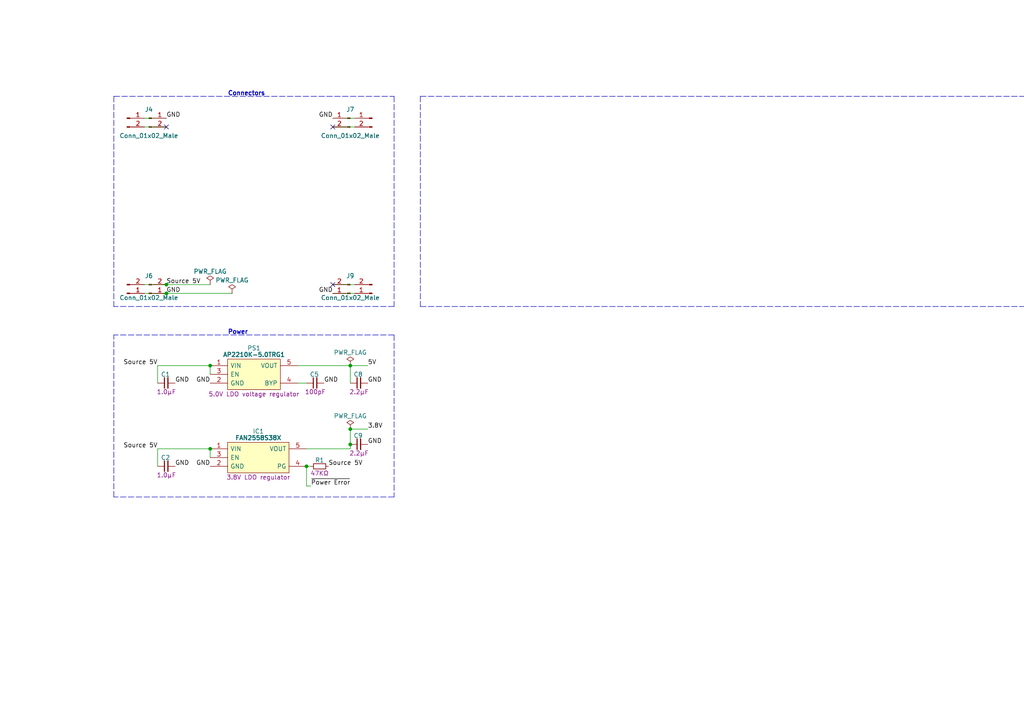
<source format=kicad_sch>
(kicad_sch (version 20211123) (generator eeschema)
  (paper "A4")
  (lib_symbols
    (symbol "Apem:NDS-01V" (pin_names (offset 0.762))
      (property "Reference" "S" (at 12.7 5.08 0))
      (property "Value" "NDS-01V" (at 12.7 3.175 0))
      (property "Description" "1-switch DIP" (at 12.7 -3.175 0))
      (symbol "NDS-01V_0_0"
        (pin passive line (at 0 0 0) (length 5.08) (name "COM") (number "1"))
        (pin passive line (at 25.4 0 180) (length 5.08) (name "NO") (number "2"))
      )
      (symbol "NDS-01V_0_1"
        (polyline (pts (xy 5.08 1.905) (xy 20.32 1.905) (xy 20.32 -1.905) (xy 5.08 -1.905) (xy 5.08 1.905)) (stroke (width 0.1524)) (fill (type background)))
      )
    )
    (symbol "Bourns:CAY16-102J4LF" (pin_names (offset 0.762))
      (property "Reference" "RN" (at 10.16 5.08 0))
      (property "Value" "CAY16-102J4LF" (at 10.16 3.175 0))
      (property "Description" "1KΩ 4-array resistor" (at 10.16 -10.795 0))
      (symbol "CAY16-102J4LF_0_0"
        (pin passive line (at 0 0 0) (length 5.08) (name "R1") (number "1"))
        (pin passive line (at 0 -2.54 0) (length 5.08) (name "R2") (number "2"))
        (pin passive line (at 0 -5.08 0) (length 5.08) (name "R3") (number "3"))
        (pin passive line (at 0 -7.62 0) (length 5.08) (name "R4") (number "4"))
        (pin passive line (at 20.32 -7.62 180) (length 5.08) (name "R4") (number "5"))
        (pin passive line (at 20.32 -5.08 180) (length 5.08) (name "R3") (number "6"))
        (pin passive line (at 20.32 -2.54 180) (length 5.08) (name "R2") (number "7"))
        (pin passive line (at 20.32 0 180) (length 5.08) (name "R1") (number "8"))
      )
      (symbol "CAY16-102J4LF_0_1"
        (polyline (pts (xy 5.08 1.905) (xy 15.24 1.905) (xy 15.24 -9.525) (xy 5.08 -9.525) (xy 5.08 1.905)) (stroke (width 0.1524)) (fill (type background)))
      )
    )
    (symbol "C_0805_1" (pin_numbers hide) (pin_names (offset 0.254) hide)
      (property "Reference" "C" (at 2.286 2.54 0))
      (property "Description" "?μF" (at 2.54 -2.54 0))
      (symbol "C_0805_1_0_1"
        (polyline (pts (xy 1.9685 -1.4605) (xy 1.9685 1.5875)) (stroke (width 0.3048)))
        (polyline (pts (xy 2.9845 -1.4605) (xy 2.9845 1.5875)) (stroke (width 0.3302)))
      )
      (symbol "C_0805_1_1_1"
        (pin passive line (at 0 0 0) (length 2.032) (name "~") (number "1"))
        (pin passive line (at 5.08 0 180) (length 2.032) (name "~") (number "2"))
      )
    )
    (symbol "C_0805_2" (pin_numbers hide) (pin_names (offset 0.254) hide)
      (property "Reference" "C" (at 2.286 2.54 0))
      (property "Description" "?μF" (at 2.54 -2.54 0))
      (symbol "C_0805_2_0_1"
        (polyline (pts (xy 1.9685 -1.4605) (xy 1.9685 1.5875)) (stroke (width 0.3048)))
        (polyline (pts (xy 2.9845 -1.4605) (xy 2.9845 1.5875)) (stroke (width 0.3302)))
      )
      (symbol "C_0805_2_1_1"
        (pin passive line (at 0 0 0) (length 2.032) (name "~") (number "1"))
        (pin passive line (at 5.08 0 180) (length 2.032) (name "~") (number "2"))
      )
    )
    (symbol "C_0805_3" (pin_numbers hide) (pin_names (offset 0.254) hide)
      (property "Reference" "C" (at 2.286 2.54 0))
      (property "Description" "?μF" (at 2.54 -2.54 0))
      (symbol "C_0805_3_0_1"
        (polyline (pts (xy 1.9685 -1.4605) (xy 1.9685 1.5875)) (stroke (width 0.3048)))
        (polyline (pts (xy 2.9845 -1.4605) (xy 2.9845 1.5875)) (stroke (width 0.3302)))
      )
      (symbol "C_0805_3_1_1"
        (pin passive line (at 0 0 0) (length 2.032) (name "~") (number "1"))
        (pin passive line (at 5.08 0 180) (length 2.032) (name "~") (number "2"))
      )
    )
    (symbol "C_0805_4" (pin_numbers hide) (pin_names (offset 0.254) hide)
      (property "Reference" "C" (at 2.286 2.54 0))
      (property "Description" "?μF" (at 2.54 -2.54 0))
      (symbol "C_0805_4_0_1"
        (polyline (pts (xy 1.9685 -1.4605) (xy 1.9685 1.5875)) (stroke (width 0.3048)))
        (polyline (pts (xy 2.9845 -1.4605) (xy 2.9845 1.5875)) (stroke (width 0.3302)))
      )
      (symbol "C_0805_4_1_1"
        (pin passive line (at 0 0 0) (length 2.032) (name "~") (number "1"))
        (pin passive line (at 5.08 0 180) (length 2.032) (name "~") (number "2"))
      )
    )
    (symbol "C_0805_5" (pin_numbers hide) (pin_names (offset 0.254) hide)
      (property "Reference" "C" (at 2.286 2.54 0))
      (property "Description" "?μF" (at 2.54 -2.54 0))
      (symbol "C_0805_5_0_1"
        (polyline (pts (xy 1.9685 -1.4605) (xy 1.9685 1.5875)) (stroke (width 0.3048)))
        (polyline (pts (xy 2.9845 -1.4605) (xy 2.9845 1.5875)) (stroke (width 0.3302)))
      )
      (symbol "C_0805_5_1_1"
        (pin passive line (at 0 0 0) (length 2.032) (name "~") (number "1"))
        (pin passive line (at 5.08 0 180) (length 2.032) (name "~") (number "2"))
      )
    )
    (symbol "C_0805_6" (pin_numbers hide) (pin_names (offset 0.254) hide)
      (property "Reference" "C" (at 2.286 2.54 0))
      (property "Description" "?μF" (at 2.54 -2.54 0))
      (symbol "C_0805_6_0_1"
        (polyline (pts (xy 1.9685 -1.4605) (xy 1.9685 1.5875)) (stroke (width 0.3048)))
        (polyline (pts (xy 2.9845 -1.4605) (xy 2.9845 1.5875)) (stroke (width 0.3302)))
      )
      (symbol "C_0805_6_1_1"
        (pin passive line (at 0 0 0) (length 2.032) (name "~") (number "1"))
        (pin passive line (at 5.08 0 180) (length 2.032) (name "~") (number "2"))
      )
    )
    (symbol "Connector:Conn_01x02_Male" (pin_names (offset 1.016) hide)
      (property "Reference" "J" (at 0 2.54 0))
      (property "Value" "Conn_01x02_Male" (at 0 -5.08 0))
      (symbol "Conn_01x02_Male_1_1"
        (polyline (pts (xy 1.27 -2.54) (xy 0.8636 -2.54)) (stroke (width 0.1524)))
        (polyline (pts (xy 1.27 0) (xy 0.8636 0)) (stroke (width 0.1524)))
        (rectangle (start 0.8636 -2.413) (end 0 -2.667) (stroke (width 0.1524)) (fill (type outline)))
        (rectangle (start 0.8636 0.127) (end 0 -0.127) (stroke (width 0.1524)) (fill (type outline)))
        (pin passive line (at 5.08 0 180) (length 3.81) (name "Pin_1") (number "1"))
        (pin passive line (at 5.08 -2.54 180) (length 3.81) (name "Pin_2") (number "2"))
      )
    )
    (symbol "Device:NetTie_2" (pin_numbers hide) (pin_names (offset 0) hide)
      (property "Reference" "NT" (at 0 1.27 0))
      (property "Value" "NetTie_2" (at 0 -1.27 0))
      (symbol "NetTie_2_0_1"
        (polyline (pts (xy -1.27 0) (xy 1.27 0)) (stroke (width 0.254)))
      )
      (symbol "NetTie_2_1_1"
        (pin passive line (at -2.54 0 0) (length 2.54) (name "1") (number "1"))
        (pin passive line (at 2.54 0 180) (length 2.54) (name "2") (number "2"))
      )
    )
    (symbol "Diodes_Inc:AP2210K-5.0TRG1" (pin_names (offset 0.762))
      (property "Reference" "PS" (at 12.7 5.08 0))
      (property "Value" "AP2210K-5.0TRG1" (at 12.7 3.175 0))
      (property "Description" "5.0V LDO voltage regulator" (at 12.7 -8.255 0))
      (symbol "AP2210K-5.0TRG1_0_0"
        (pin power_in line (at 0 0 0) (length 5.08) (name "VIN") (number "1"))
        (pin power_in line (at 0 -5.08 0) (length 5.08) (name "GND") (number "2"))
        (pin input line (at 0 -2.54 0) (length 5.08) (name "EN") (number "3"))
        (pin unspecified line (at 25.4 -5.08 180) (length 5.08) (name "BYP") (number "4"))
        (pin power_out line (at 25.4 0 180) (length 5.08) (name "VOUT") (number "5"))
      )
      (symbol "AP2210K-5.0TRG1_0_1"
        (polyline (pts (xy 5.08 1.905) (xy 20.32 1.905) (xy 20.32 -6.985) (xy 5.08 -6.985) (xy 5.08 1.905)) (fill (type background)))
      )
    )
    (symbol "HCP65:C_0805" (pin_numbers hide) (pin_names (offset 0.254) hide)
      (property "Reference" "C" (at 2.286 2.54 0))
      (property "Description" "?μF" (at 2.54 -2.54 0))
      (symbol "C_0805_0_1"
        (polyline (pts (xy 1.9685 -1.4605) (xy 1.9685 1.5875)) (stroke (width 0.3048)))
        (polyline (pts (xy 2.9845 -1.4605) (xy 2.9845 1.5875)) (stroke (width 0.3302)))
      )
      (symbol "C_0805_1_1"
        (pin passive line (at 0 0 0) (length 2.032) (name "~") (number "1"))
        (pin passive line (at 5.08 0 180) (length 2.032) (name "~") (number "2"))
      )
    )
    (symbol "HCP65:R_0805" (pin_numbers hide) (pin_names hide)
      (property "Reference" "R" (at 2.54 1.778 0))
      (property "Description" "?Ω" (at 2.54 -2.032 0))
      (symbol "R_0805_0_1"
        (rectangle (start 0.762 0.762) (end 4.318 -0.762) (stroke (width 0.2032)))
      )
      (symbol "R_0805_1_1"
        (pin passive line (at 0 0 0) (length 0.72) (name "~") (number "1"))
        (pin passive line (at 5.08 0 180) (length 0.72) (name "~") (number "2"))
      )
    )
    (symbol "ON_Semiconductor:FAN2558S38X" (pin_names (offset 0.762))
      (property "Reference" "IC" (at 13.97 5.08 0))
      (property "Value" "FAN2558S38X" (at 13.97 3.175 0))
      (property "Description" "3.8V LDO regulator" (at 13.97 -8.255 0))
      (symbol "FAN2558S38X_0_0"
        (pin passive line (at 0 0 0) (length 5.08) (name "VIN") (number "1"))
        (pin passive line (at 0 -5.08 0) (length 5.08) (name "GND") (number "2"))
        (pin passive line (at 0 -2.54 0) (length 5.08) (name "EN") (number "3"))
        (pin unspecified line (at 27.94 -5.08 180) (length 5.08) (name "PG") (number "4"))
        (pin power_out line (at 27.94 0 180) (length 5.08) (name "VOUT") (number "5"))
      )
      (symbol "FAN2558S38X_0_1"
        (polyline (pts (xy 5.08 1.905) (xy 22.86 1.905) (xy 22.86 -6.985) (xy 5.08 -6.985) (xy 5.08 1.905)) (stroke (width 0.1524)) (fill (type background)))
      )
    )
    (symbol "R_0805_1" (pin_numbers hide) (pin_names hide)
      (property "Reference" "R" (at 2.54 1.778 0))
      (property "Description" "?Ω" (at 2.54 -2.032 0))
      (symbol "R_0805_1_0_1"
        (rectangle (start 0.762 0.762) (end 4.318 -0.762) (stroke (width 0.2032)))
      )
      (symbol "R_0805_1_1_1"
        (pin passive line (at 0 0 0) (length 0.72) (name "~") (number "1"))
        (pin passive line (at 5.08 0 180) (length 0.72) (name "~") (number "2"))
      )
    )
    (symbol "Wurth_Elektronik:150224SS73100" (pin_names (offset 0.762))
      (property "Reference" "LED" (at 0 1.905 0))
      (property "Description" "red LED" (at 0 -3.175 0))
      (symbol "150224SS73100_0_0"
        (pin power_in line (at -3.81 0 0) (length 2.54) (name "~") (number "1"))
        (pin power_in line (at 3.81 0 180) (length 2.54) (name "~") (number "2"))
      )
      (symbol "150224SS73100_0_1"
        (polyline (pts (xy -1.27 1.27) (xy -1.27 -1.27)) (stroke (width 0.1524)))
        (polyline (pts (xy 0 1.27) (xy -0.635 1.905)) (stroke (width 0.1524)))
        (polyline (pts (xy -1.27 0) (xy 1.27 1.27) (xy 1.27 -1.27) (xy -1.27 0)) (stroke (width 0.254)) (fill (type background)))
        (polyline (pts (xy 0 1.905) (xy -0.635 1.27) (xy -0.635 1.905) (xy 0 1.905)) (stroke (width 0.254)) (fill (type outline)))
      )
    )
    (symbol "power:PWR_FLAG" (power) (pin_numbers hide) (pin_names (offset 0) hide)
      (property "Value" "PWR_FLAG" (at 0 3.81 0))
      (symbol "PWR_FLAG_0_0"
        (pin power_out line (at 0 0 90) (length 0) (name "pwr") (number "1"))
      )
      (symbol "PWR_FLAG_0_1"
        (polyline (pts (xy 0 0) (xy 0 1.27) (xy -1.016 1.905) (xy 0 2.54) (xy 1.016 1.905) (xy 0 1.27)))
      )
    )
  )
  (junction (at 88.9 135.255))
  (junction (at 48.26 85.09))
  (junction (at 60.96 130.175))
  (junction (at 101.6 124.46))
  (junction (at 101.6 128.905))
  (junction (at 48.26 82.55))
  (junction (at 344.805 39.37))
  (junction (at 60.96 106.045))
  (junction (at 101.6 106.045))
  (no_connect (at 349.25 58.42))
  (no_connect (at 96.52 82.55))
  (no_connect (at 96.52 36.83))
  (no_connect (at 48.26 36.83))
  (no_connect (at 369.57 60.96))
  (no_connect (at 349.25 60.96))
  (no_connect (at 369.57 58.42))
  (polyline (pts (xy 394.97 88.9) (xy 394.97 27.94)))
  (wire (pts (xy 41.91 82.55) (xy 48.26 82.55)))
  (wire (pts (xy 102.87 85.09) (xy 96.52 85.09)))
  (wire (pts (xy 88.9 111.125) (xy 86.36 111.125)))
  (polyline (pts (xy 114.3 27.94) (xy 114.3 88.9)))
  (polyline (pts (xy 121.92 27.94) (xy 121.92 88.9)))
  (polyline (pts (xy 114.3 88.9) (xy 33.02 88.9)))
  (wire (pts (xy 102.87 36.83) (xy 96.52 36.83)))
  (polyline (pts (xy 33.02 27.94) (xy 33.02 88.9)))
  (wire (pts (xy 102.87 82.55) (xy 96.52 82.55)))
  (wire (pts (xy 343.535 39.37) (xy 344.805 39.37)))
  (wire (pts (xy 60.96 130.175) (xy 60.96 132.715)))
  (wire (pts (xy 102.87 34.29) (xy 96.52 34.29)))
  (wire (pts (xy 346.075 46.99) (xy 344.805 46.99)))
  (wire (pts (xy 88.9 140.97) (xy 90.17 140.97)))
  (wire (pts (xy 344.805 46.99) (xy 344.805 39.37)))
  (wire (pts (xy 45.72 106.045) (xy 45.72 111.125)))
  (wire (pts (xy 101.6 124.46) (xy 101.6 128.905)))
  (wire (pts (xy 45.72 130.175) (xy 60.96 130.175)))
  (wire (pts (xy 41.91 85.09) (xy 48.26 85.09)))
  (wire (pts (xy 346.71 55.88) (xy 349.25 55.88)))
  (wire (pts (xy 45.72 130.175) (xy 45.72 135.255)))
  (polyline (pts (xy 114.3 97.155) (xy 114.3 144.145)))
  (wire (pts (xy 41.91 34.29) (xy 48.26 34.29)))
  (wire (pts (xy 88.9 135.255) (xy 88.9 140.97)))
  (polyline (pts (xy 114.3 97.155) (xy 33.02 97.155)))
  (polyline (pts (xy 114.3 144.145) (xy 33.02 144.145)))
  (wire (pts (xy 101.6 128.905) (xy 101.6 130.175)))
  (wire (pts (xy 86.36 106.045) (xy 101.6 106.045)))
  (wire (pts (xy 344.805 39.37) (xy 346.075 39.37)))
  (wire (pts (xy 60.96 108.585) (xy 60.96 106.045)))
  (wire (pts (xy 349.25 63.5) (xy 346.71 63.5)))
  (wire (pts (xy 90.17 135.255) (xy 88.9 135.255)))
  (polyline (pts (xy 121.92 27.94) (xy 394.97 27.94)))
  (wire (pts (xy 45.72 106.045) (xy 60.96 106.045)))
  (wire (pts (xy 101.6 106.045) (xy 101.6 111.125)))
  (wire (pts (xy 101.6 106.045) (xy 106.68 106.045)))
  (wire (pts (xy 48.26 82.55) (xy 60.96 82.55)))
  (wire (pts (xy 41.91 36.83) (xy 48.26 36.83)))
  (polyline (pts (xy 33.02 27.94) (xy 114.3 27.94)))
  (polyline (pts (xy 33.02 144.145) (xy 33.02 97.155)))
  (polyline (pts (xy 121.92 88.9) (xy 394.97 88.9)))
  (wire (pts (xy 101.6 124.46) (xy 106.68 124.46)))
  (wire (pts (xy 88.9 130.175) (xy 101.6 130.175)))
  (wire (pts (xy 48.26 85.09) (xy 67.31 85.09)))
  (text "Power" (at 66.04 97.155 0) (effects (font (size 1.27 1.27) (thickness 0.254) bold) (justify left bottom)))
  (text "Connectors" (at 66.04 27.94 0) (effects (font (size 1.27 1.27) (thickness 0.254) bold) (justify left bottom)))
  (label "Reset LED" (at 339.09 63.5 180))
  (label "~{Reset}" (at 340.36 82.55 180))
  (label "Power LED" (at 345.44 74.93 0))
  (label "GND" (at 369.57 63.5 0))
  (label "5V" (at 380.365 55.245 180))
  (label "GND" (at 60.96 135.255 180))
  (label "GND" (at 369.57 55.88 0))
  (label "5V" (at 340.36 74.93 180))
  (label "GND" (at 371.475 39.37 0))
  (label "Source 5V" (at 95.25 135.255 0))
  (label "GND" (at 385.445 55.245 0))
  (label "GND" (at 96.52 34.29 180))
  (label "GND" (at 385.445 62.865 0))
  (label "~{Power Error}" (at 90.17 140.97 0))
  (label "GND" (at 48.26 85.09 0))
  (label "GND" (at 93.98 111.125 0))
  (label "3.8V" (at 106.68 124.46 0))
  (label "5V" (at 380.365 62.865 180))
  (label "Source 5V" (at 48.26 82.55 0))
  (label "Source 5V" (at 45.72 106.045 180))
  (label "GND" (at 50.8 111.125 0))
  (label "Source 5V" (at 45.72 130.175 180))
  (label "Power LED" (at 339.09 55.88 180))
  (label "5V" (at 351.155 46.99 0))
  (label "GND" (at 50.8 135.255 0))
  (label "GND" (at 96.52 85.09 180))
  (label "5V" (at 106.68 106.045 0))
  (label "LED Enable" (at 343.535 39.37 180))
  (label "GND" (at 60.96 111.125 180))
  (label "Reset LED" (at 345.44 82.55 0))
  (label "GND" (at 48.26 34.29 0))
  (label "GND" (at 106.68 128.905 0))
  (label "GND" (at 106.68 111.125 0))
  (symbol (lib_id "Connector:Conn_01x02_Male") (at 36.83 34.29 0) (unit 1)
    (property "Reference" "J1" (effects hide))
    (property "Value" "Conn_01x02_Male" (effects hide))
    (property "Footprint" "Connector_PinHeader_2.54mm:PinHeader_1x02_P2.54mm_Vertical" (effects hide))
  )
  (symbol (lib_id "Wurth_Elektronik:150224SS73100") (at 342.9 63.5 0) (mirror y) (unit 1)
    (property "Reference" "LD2" (at 342.9 61.595 0) (effects (justify bottom)))
    (property "Value" "150224SS73100" (effects hide))
    (property "Footprint" "SamacSys_Parts:150224SS73100A" (effects hide))
    (property "Datasheet" "http://www.farnell.com/datasheets/2301711.pdf" (effects hide))
    (property "Description" "red LED" (at 342.9 66.675 0) (effects (justify bottom)))
    (property "Height" "1.31" (effects hide))
    (property "Manufacturer_Name" "Wurth Elektronik" (effects hide))
    (property "Manufacturer_Part_Number" "150224SS73100" (effects hide))
    (property "Mouser Part Number" "710-150224SS73100" (effects hide))
    (property "Mouser Price/Stock" "https://www.mouser.co.uk/ProductDetail/Wurth-Elektronik/150224SS73100?qs=5aG0NVq1C4xYrTr%2FIVl59g%3D%3D" (effects hide))
    (property "Silkscreen" "red" (effects hide))
  )
  (symbol (lib_id "power:PWR_FLAG") (at 60.96 82.55 0) (unit 1)
    (property "Reference" "#FLG0103" (effects hide))
    (property "Value" "PWR_FLAG" (at 60.96 78.74 0))
  )
  (symbol (lib_id "Connector:Conn_01x02_Male") (at 43.18 34.29 0) (unit 1)
    (property "Reference" "J4" (at 43.18 31.75 0))
    (property "Value" "Conn_01x02_Male" (at 43.18 39.37 0))
    (property "Footprint" "Connector_PinHeader_2.54mm:PinHeader_1x02_P2.54mm_Vertical" (effects hide))
  )
  (symbol (lib_id "Wurth_Elektronik:150224SS73100") (at 342.9 55.88 0) (mirror y) (unit 1)
    (property "Reference" "LD1" (at 342.9 53.975 0) (effects (justify bottom)))
    (property "Value" "150224SS73100" (effects hide))
    (property "Footprint" "SamacSys_Parts:150224SS73100A" (effects hide))
    (property "Datasheet" "http://www.farnell.com/datasheets/2301711.pdf" (effects hide))
    (property "Description" "red LED" (at 342.9 59.055 0) (effects (justify bottom)))
    (property "Height" "1.31" (effects hide))
    (property "Manufacturer_Name" "Wurth Elektronik" (effects hide))
    (property "Manufacturer_Part_Number" "150224SS73100" (effects hide))
    (property "Mouser Part Number" "710-150224SS73100" (effects hide))
    (property "Mouser Price/Stock" "https://www.mouser.co.uk/ProductDetail/Wurth-Elektronik/150224SS73100?qs=5aG0NVq1C4xYrTr%2FIVl59g%3D%3D" (effects hide))
    (property "Silkscreen" "red" (effects hide))
  )
  (symbol (lib_name "C_0805_1") (lib_id "HCP65:C_0805") (at 45.72 135.255 0) (unit 1)
    (property "Reference" "C2" (at 48.006 132.715 0))
    (property "Value" "C_0805" (effects hide))
    (property "Footprint" "SamacSys_Parts:C_0805" (effects hide))
    (property "Description" "1.0µF" (at 48.26 137.795 0))
  )
  (symbol (lib_id "Connector:Conn_01x02_Male") (at 101.6 85.09 180) (unit 1)
    (property "Reference" "J9" (at 101.6 80.01 0))
    (property "Value" "Conn_01x02_Male" (at 101.6 86.36 0))
    (property "Footprint" "Connector_PinHeader_2.54mm:PinHeader_1x02_P2.54mm_Vertical" (effects hide))
  )
  (symbol (lib_id "Device:NetTie_2") (at 342.9 82.55 0) (unit 1)
    (property "Reference" "NT2" (at 342.9 81.28 0))
    (property "Value" "NetTie_2" (at 342.9 83.82 0))
    (property "Footprint" "NetTie:NetTie-2_SMD_Pad0.5mm" (effects hide))
  )
  (symbol (lib_id "Connector:Conn_01x02_Male") (at 107.95 85.09 180) (unit 1)
    (property "Reference" "J12" (effects hide))
    (property "Value" "Conn_01x02_Male" (effects hide))
    (property "Footprint" "Connector_PinHeader_2.54mm:PinHeader_1x02_P2.54mm_Vertical" (effects hide))
  )
  (symbol (lib_id "Connector:Conn_01x02_Male") (at 43.18 85.09 0) (mirror x) (unit 1)
    (property "Reference" "J6" (at 43.18 80.01 0))
    (property "Value" "Conn_01x02_Male" (at 43.18 86.36 0))
    (property "Footprint" "Connector_PinHeader_2.54mm:PinHeader_1x02_P2.54mm_Vertical" (effects hide))
  )
  (symbol (lib_id "HCP65:R_0805") (at 346.075 46.99 0) (unit 1)
    (property "Reference" "R2" (at 348.615 45.212 0))
    (property "Value" "R_0805" (effects hide))
    (property "Footprint" "SamacSys_Parts:R_0805" (effects hide))
    (property "Description" "4.7KΩ" (at 348.615 49.022 0))
  )
  (symbol (lib_name "C_0805_4") (lib_id "HCP65:C_0805") (at 45.72 111.125 0) (unit 1)
    (property "Reference" "C1" (at 48.006 108.585 0))
    (property "Value" "C_0805" (effects hide))
    (property "Footprint" "SamacSys_Parts:C_0805" (effects hide))
    (property "Description" "1.0µF" (at 48.26 113.665 0))
  )
  (symbol (lib_id "Connector:Conn_01x02_Male") (at 107.95 34.29 0) (mirror y) (unit 1)
    (property "Reference" "J10" (effects hide))
    (property "Value" "Conn_01x02_Male" (effects hide))
    (property "Footprint" "Connector_PinHeader_2.54mm:PinHeader_1x02_P2.54mm_Vertical" (effects hide))
  )
  (symbol (lib_id "Connector:Conn_01x02_Male") (at 36.83 85.09 0) (mirror x) (unit 1)
    (property "Reference" "J3" (effects hide))
    (property "Value" "Conn_01x02_Male" (effects hide))
    (property "Footprint" "Connector_PinHeader_2.54mm:PinHeader_1x02_P2.54mm_Vertical" (effects hide))
  )
  (symbol (lib_name "C_0805_6") (lib_id "HCP65:C_0805") (at 380.365 55.245 0) (unit 1)
    (property "Reference" "C3" (at 382.651 52.705 0))
    (property "Value" "C_0805" (effects hide))
    (property "Footprint" "SamacSys_Parts:C_0805" (effects hide))
    (property "Description" "1nF" (at 382.905 57.785 0))
  )
  (symbol (lib_name "C_0805_2") (lib_id "HCP65:C_0805") (at 101.6 128.905 0) (unit 1)
    (property "Reference" "C9" (at 103.886 126.365 0))
    (property "Value" "C_0805" (effects hide))
    (property "Footprint" "SamacSys_Parts:C_0805" (effects hide))
    (property "Description" "2.2µF" (at 104.14 131.445 0))
  )
  (symbol (lib_name "R_0805_1") (lib_id "HCP65:R_0805") (at 90.17 135.255 0) (unit 1)
    (property "Reference" "R1" (at 92.71 133.477 0))
    (property "Value" "R_0805" (effects hide))
    (property "Footprint" "SamacSys_Parts:R_0805" (effects hide))
    (property "Description" "47KΩ" (at 92.71 137.287 0))
  )
  (symbol (lib_id "Apem:NDS-01V") (at 346.075 39.37 0) (unit 1)
    (property "Reference" "S1" (at 358.775 34.29 0))
    (property "Value" "NDS-01V" (at 358.775 36.195 0) (effects (font bold)))
    (property "Footprint" "NDS01V" (effects hide))
    (property "Datasheet" "http://www.dip.com.tw/en/en-product-information/en-switch002/item/2370-nds-r" (effects hide))
    (property "Description" "1-switch DIP" (at 358.775 42.545 0))
    (property "Height" "7.05" (effects hide))
    (property "Mouser Part Number" "113-NDS01V" (effects hide))
    (property "Mouser Price/Stock" "https://www.mouser.co.uk/ProductDetail/Diptronics/NDS-01V?qs=MLItCLRbWsybtV%2FSbz3VEA%3D%3D" (effects hide))
    (property "Manufacturer_Name" "Diptronics" (effects hide))
    (property "Manufacturer_Part_Number" "NDS-01V" (effects hide))
  )
  (symbol (lib_id "power:PWR_FLAG") (at 101.6 106.045 0) (unit 1)
    (property "Reference" "#FLG01" (effects hide))
    (property "Value" "PWR_FLAG" (at 101.6 102.235 0))
  )
  (symbol (lib_id "power:PWR_FLAG") (at 67.31 85.09 0) (unit 1)
    (property "Reference" "#FLG0104" (effects hide))
    (property "Value" "PWR_FLAG" (at 67.31 81.28 0))
  )
  (symbol (lib_name "C_0805_3") (lib_id "HCP65:C_0805") (at 88.9 111.125 0) (unit 1)
    (property "Reference" "C5" (at 91.186 108.585 0))
    (property "Value" "C_0805" (effects hide))
    (property "Footprint" "SamacSys_Parts:C_0805" (effects hide))
    (property "Description" "100pF" (at 91.44 113.665 0))
  )
  (symbol (lib_id "Bourns:CAY16-102J4LF") (at 369.57 55.88 0) (mirror y) (unit 1)
    (property "Reference" "RN1" (at 359.41 50.8 0))
    (property "Value" "CAY16-102J4LF" (at 359.41 52.705 0))
    (property "Footprint" "SamacSys_Parts:CAY16-J4" (effects hide))
    (property "Datasheet" "https://www.bourns.com/pdfs/CATCAY.pdf" (effects hide))
    (property "Description" "1KΩ 4-array resistor" (at 359.41 66.675 0))
    (property "Manufacturer_Name" "Bourns" (effects hide))
    (property "Manufacturer_Part_Number" "CAY16-102J4LF\n" (effects hide))
    (property "Mouser Part Number" "652-CAY16-102J4LF" (effects hide))
    (property "Mouser Price/Stock" "https://www.mouser.co.uk/ProductDetail/Bourns/CAY16-472J4LF?qs=vjljXApjgZXDWSqaYW6%252BOA%3D%3D" (effects hide))
    (property "Silkscreen" "1KΩ" (effects hide))
  )
  (symbol (lib_id "Diodes_Inc:AP2210K-5.0TRG1") (at 60.96 106.045 0) (unit 1)
    (property "Reference" "PS1" (at 73.66 100.965 0))
    (property "Value" "AP2210K-5.0TRG1" (at 73.66 102.87 0) (effects (font bold)))
    (property "Footprint" "SOT95P282X130-5N" (effects hide))
    (property "Datasheet" "https://componentsearchengine.com/Datasheets/1/AP2210K-5.0TRG1.pdf" (effects hide))
    (property "Description" "5.0V LDO voltage regulator" (at 73.66 114.3 0))
    (property "Height" "1.3" (effects hide))
    (property "Manufacturer_Name" "Diodes Inc." (effects hide))
    (property "Manufacturer_Part_Number" "AP2210K-5.0TRG1" (effects hide))
    (property "Mouser Part Number" "621-AP2210K-5.0TRG1" (effects hide))
    (property "Mouser Price/Stock" "https://www.mouser.co.uk/ProductDetail/Diodes-Incorporated/AP2210K-50TRG1?qs=x6A8l6qLYDCAXUjYnFg7HQ%3D%3D" (effects hide))
    (property "Arrow Part Number" "AP2210K-5.0TRG1" (effects hide))
    (property "Arrow Price/Stock" "https://www.arrow.com/en/products/ap2210k-5.0trg1/diodes-incorporated?region=nac" (effects hide))
    (property "Silkscreen" "AP2210K" (effects hide))
  )
  (symbol (lib_id "Connector:Conn_01x02_Male") (at 101.6 34.29 0) (mirror y) (unit 1)
    (property "Reference" "J7" (at 101.6 31.75 0))
    (property "Value" "Conn_01x02_Male" (at 101.6 39.37 0))
    (property "Footprint" "Connector_PinHeader_2.54mm:PinHeader_1x02_P2.54mm_Vertical" (effects hide))
  )
  (symbol (lib_id "power:PWR_FLAG") (at 101.6 124.46 0) (unit 1)
    (property "Reference" "#FLG02" (effects hide))
    (property "Value" "PWR_FLAG" (at 101.6 120.65 0))
  )
  (symbol (lib_id "Device:NetTie_2") (at 342.9 74.93 0) (unit 1)
    (property "Reference" "NT1" (at 342.9 73.66 0))
    (property "Value" "NetTie_2" (at 342.9 76.2 0))
    (property "Footprint" "NetTie:NetTie-2_SMD_Pad0.5mm" (effects hide))
  )
  (symbol (lib_name "C_0805_5") (lib_id "HCP65:C_0805") (at 101.6 111.125 0) (unit 1)
    (property "Reference" "C8" (at 103.886 108.585 0))
    (property "Value" "C_0805" (effects hide))
    (property "Footprint" "SamacSys_Parts:C_0805" (effects hide))
    (property "Description" "2.2µF" (at 104.14 113.665 0))
  )
  (symbol (lib_id "ON_Semiconductor:FAN2558S38X") (at 60.96 130.175 0) (unit 1)
    (property "Reference" "IC1" (at 74.93 125.095 0))
    (property "Value" "FAN2558S38X" (at 74.93 127 0) (effects (font bold)))
    (property "Footprint" "SOT95P270X145-5N" (effects hide))
    (property "Datasheet" "https://www.mouser.co.za/datasheet/2/308/1/FAN2558_D-2311565.pdf" (effects hide))
    (property "Description" "3.8V LDO regulator" (at 74.93 138.43 0))
    (property "Height" "1.45" (effects hide))
    (property "Manufacturer_Name" "Aptina / ON Semiconductor" (effects hide))
    (property "Manufacturer_Part_Number" "FAN2558S38X" (effects hide))
    (property "Mouser Part Number" "512-FAN2558S38X" (effects hide))
    (property "Mouser Price/Stock" "https://www.mouser.co.uk/ProductDetail/onsemi-Fairchild/FAN2558S38X?qs=2v2%252BE2uCx3nNodI42eTMtA%3D%3D" (effects hide))
    (property "Silkscreen" "FAN2558S" (effects hide))
  )
  (symbol (lib_id "HCP65:C_0805") (at 380.365 62.865 0) (unit 1)
    (property "Reference" "C4" (at 382.651 60.325 0))
    (property "Value" "C_0805" (effects hide))
    (property "Footprint" "SamacSys_Parts:C_0805" (effects hide))
    (property "Description" "1nF" (at 382.905 65.405 0))
  )
)
</source>
